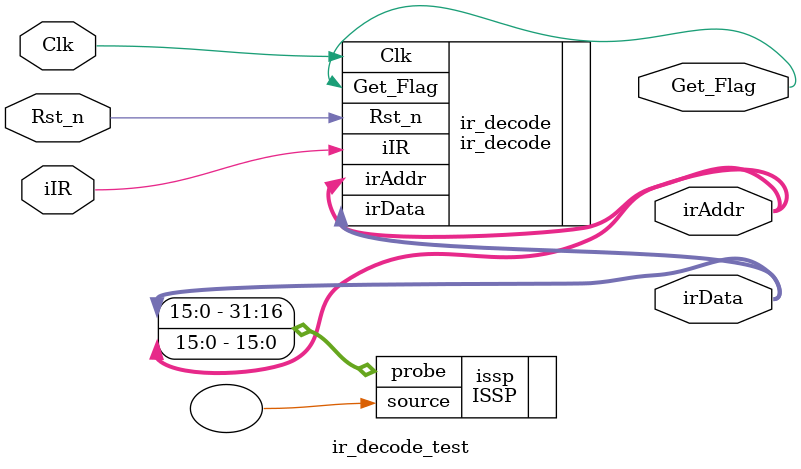
<source format=v>
/***************************************************
*	Module Name		:	ir_decode_test		   
*	Engineer		:	小梅哥
*	Target Device	:	EP4CE10F17C8
*	Tool versions	:	Quartus II 13.0
*	Create Date		:	2017-3-31
*	Revision		:	v1.0
*	Description		:   红外遥控解码测试顶层文件
**************************************************/
module ir_decode_test(
			Clk,      //系统时钟
			Rst_n,    //系统复位
			
			iIR,      //红外输入
			
			Get_Flag, //一次解码完成标志
			irData,   //解码数据
			irAddr    //解码地址
		);

	input Clk;
	input Rst_n;
	input iIR;
	
	output Get_Flag;
	output [15:0]irData;
	output [15:0]irAddr;
	
	ir_decode ir_decode(
		.Clk(Clk),
		.Rst_n(Rst_n),
		
		.iIR(iIR),
		
		.Get_Flag(Get_Flag),
		.irData(irData),
		.irAddr(irAddr)
	);
	
	ISSP issp(
		.probe({irData,irAddr}),
		.source()
	);

endmodule

</source>
